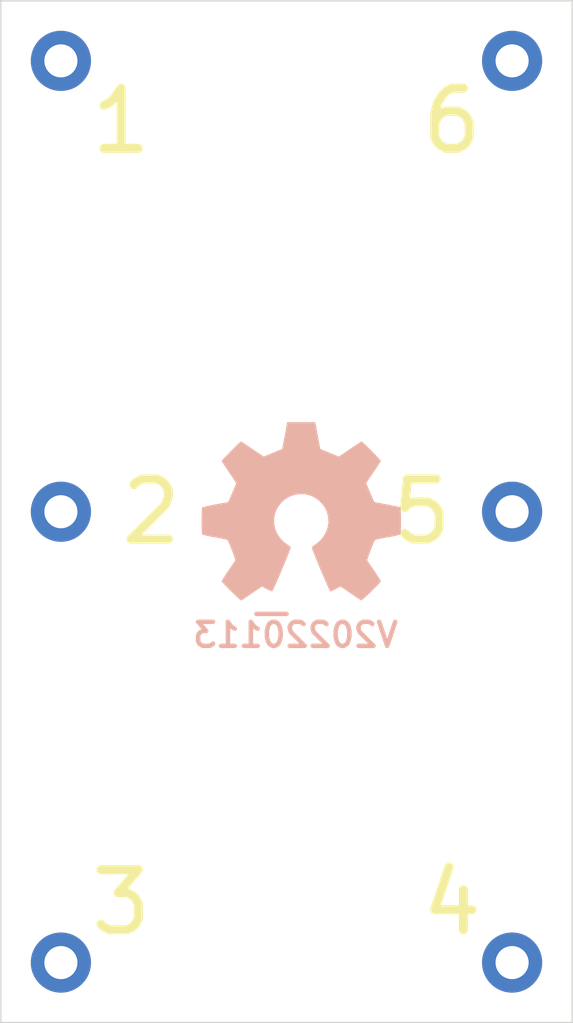
<source format=kicad_pcb>
(kicad_pcb (version 20171130) (host pcbnew 5.99.0+really5.1.10+dfsg1-1)

  (general
    (thickness 1.6)
    (drawings 4)
    (tracks 0)
    (zones 0)
    (modules 8)
    (nets 2)
  )

  (page A4)
  (layers
    (0 F.Cu signal)
    (31 B.Cu signal)
    (32 B.Adhes user)
    (33 F.Adhes user)
    (34 B.Paste user)
    (35 F.Paste user)
    (36 B.SilkS user)
    (37 F.SilkS user)
    (38 B.Mask user)
    (39 F.Mask user)
    (40 Dwgs.User user)
    (41 Cmts.User user)
    (42 Eco1.User user)
    (43 Eco2.User user)
    (44 Edge.Cuts user)
    (45 Margin user)
    (46 B.CrtYd user)
    (47 F.CrtYd user)
    (48 B.Fab user)
    (49 F.Fab user)
  )

  (setup
    (last_trace_width 0.25)
    (user_trace_width 0.2)
    (user_trace_width 0.3)
    (user_trace_width 0.4)
    (user_trace_width 0.6)
    (user_trace_width 0.8)
    (user_trace_width 1)
    (user_trace_width 1.2)
    (user_trace_width 1.4)
    (user_trace_width 1.6)
    (user_trace_width 2)
    (trace_clearance 0.2)
    (zone_clearance 0.508)
    (zone_45_only no)
    (trace_min 0.1524)
    (via_size 0.8)
    (via_drill 0.4)
    (via_min_size 0.381)
    (via_min_drill 0.254)
    (user_via 0.4 0.254)
    (user_via 0.5 0.3)
    (user_via 0.6 0.4)
    (user_via 0.8 0.6)
    (user_via 1.1 0.8)
    (user_via 1.3 1)
    (user_via 1.5 1.2)
    (user_via 1.7 1.4)
    (user_via 1.9 1.6)
    (user_via 2.5 2)
    (uvia_size 0.3)
    (uvia_drill 0.1)
    (uvias_allowed no)
    (uvia_min_size 0.2)
    (uvia_min_drill 0.1)
    (edge_width 0.05)
    (segment_width 0.2)
    (pcb_text_width 0.3)
    (pcb_text_size 1.5 1.5)
    (mod_edge_width 0.12)
    (mod_text_size 0.8 0.8)
    (mod_text_width 0.12)
    (pad_size 1.524 1.524)
    (pad_drill 0.762)
    (pad_to_mask_clearance 0.0762)
    (solder_mask_min_width 0.1016)
    (pad_to_paste_clearance_ratio -0.1)
    (aux_axis_origin 0 0)
    (visible_elements FFFFFF7F)
    (pcbplotparams
      (layerselection 0x010fc_ffffffff)
      (usegerberextensions false)
      (usegerberattributes true)
      (usegerberadvancedattributes true)
      (creategerberjobfile true)
      (excludeedgelayer true)
      (linewidth 0.100000)
      (plotframeref false)
      (viasonmask false)
      (mode 1)
      (useauxorigin false)
      (hpglpennumber 1)
      (hpglpenspeed 20)
      (hpglpendiameter 15.000000)
      (psnegative false)
      (psa4output false)
      (plotreference true)
      (plotvalue true)
      (plotinvisibletext false)
      (padsonsilk false)
      (subtractmaskfromsilk false)
      (outputformat 1)
      (mirror false)
      (drillshape 1)
      (scaleselection 1)
      (outputdirectory ""))
  )

  (net 0 "")
  (net 1 "Net-(J1-Pad1)")

  (net_class Default "This is the default net class."
    (clearance 0.2)
    (trace_width 0.25)
    (via_dia 0.8)
    (via_drill 0.4)
    (uvia_dia 0.3)
    (uvia_drill 0.1)
    (add_net "Net-(J1-Pad1)")
  )

  (module mill-max:PC_pin_nail_head_6092 locked (layer F.Cu) (tedit 5FB583BD) (tstamp 5FB6EAD7)
    (at 157 63)
    (path /5FB6F255)
    (fp_text reference J6 (at -2 2) (layer F.Fab)
      (effects (font (size 1 1) (thickness 0.15)))
    )
    (fp_text value 6 (at -2 2) (layer F.SilkS)
      (effects (font (size 2 2) (thickness 0.3)))
    )
    (fp_circle (center 0 0) (end 1.3 0) (layer B.CrtYd) (width 0.025))
    (fp_circle (center 0 0) (end 1.3 0) (layer F.CrtYd) (width 0.025))
    (pad 1 thru_hole circle (at 0 0) (size 2 2) (drill 1.1) (layers *.Cu *.Mask)
      (net 1 "Net-(J1-Pad1)"))
  )

  (module mill-max:PC_pin_nail_head_6092 locked (layer F.Cu) (tedit 5FB583BD) (tstamp 5FB6EAD0)
    (at 157 78)
    (path /5FB6ECA4)
    (fp_text reference J5 (at -3 0) (layer F.Fab)
      (effects (font (size 1 1) (thickness 0.15)))
    )
    (fp_text value 5 (at -3 0) (layer F.SilkS)
      (effects (font (size 2 2) (thickness 0.3)))
    )
    (fp_circle (center 0 0) (end 1.3 0) (layer B.CrtYd) (width 0.025))
    (fp_circle (center 0 0) (end 1.3 0) (layer F.CrtYd) (width 0.025))
    (pad 1 thru_hole circle (at 0 0) (size 2 2) (drill 1.1) (layers *.Cu *.Mask)
      (net 1 "Net-(J1-Pad1)"))
  )

  (module mill-max:PC_pin_nail_head_6092 locked (layer F.Cu) (tedit 5FB583BD) (tstamp 5FB6EB0F)
    (at 157 93)
    (path /5FB5975F)
    (fp_text reference J4 (at -2 -2) (layer F.Fab)
      (effects (font (size 1 1) (thickness 0.15)))
    )
    (fp_text value 4 (at -2 -2) (layer F.SilkS)
      (effects (font (size 2 2) (thickness 0.3)))
    )
    (fp_circle (center 0 0) (end 1.3 0) (layer F.CrtYd) (width 0.025))
    (fp_circle (center 0 0) (end 1.3 0) (layer B.CrtYd) (width 0.025))
    (pad 1 thru_hole circle (at 0 0) (size 2 2) (drill 1.1) (layers *.Cu *.Mask)
      (net 1 "Net-(J1-Pad1)"))
  )

  (module mill-max:PC_pin_nail_head_6092 locked (layer F.Cu) (tedit 5FB583BD) (tstamp 5FB5E4C2)
    (at 142 93)
    (path /5FB592C5)
    (fp_text reference J3 (at 2 -2) (layer F.Fab)
      (effects (font (size 1 1) (thickness 0.15)))
    )
    (fp_text value 3 (at 2 -2) (layer F.SilkS)
      (effects (font (size 2 2) (thickness 0.3)))
    )
    (fp_circle (center 0 0) (end 1.3 0) (layer F.CrtYd) (width 0.025))
    (fp_circle (center 0 0) (end 1.3 0) (layer B.CrtYd) (width 0.025))
    (pad 1 thru_hole circle (at 0 0) (size 2 2) (drill 1.1) (layers *.Cu *.Mask)
      (net 1 "Net-(J1-Pad1)"))
  )

  (module mill-max:PC_pin_nail_head_6092 locked (layer F.Cu) (tedit 5FB583BD) (tstamp 5FB5E4BB)
    (at 142 78)
    (path /5FB58352)
    (fp_text reference J2 (at 3 0) (layer F.Fab)
      (effects (font (size 1 1) (thickness 0.15)))
    )
    (fp_text value 2 (at 3 0) (layer F.SilkS)
      (effects (font (size 2 2) (thickness 0.3)))
    )
    (fp_circle (center 0 0) (end 1.3 0) (layer F.CrtYd) (width 0.025))
    (fp_circle (center 0 0) (end 1.3 0) (layer B.CrtYd) (width 0.025))
    (pad 1 thru_hole circle (at 0 0) (size 2 2) (drill 1.1) (layers *.Cu *.Mask)
      (net 1 "Net-(J1-Pad1)"))
  )

  (module mill-max:PC_pin_nail_head_6092 locked (layer F.Cu) (tedit 5FB583BD) (tstamp 5FB5E4B4)
    (at 142 63)
    (path /5FB58B49)
    (fp_text reference J1 (at 2 2) (layer F.Fab)
      (effects (font (size 1 1) (thickness 0.15)))
    )
    (fp_text value 1 (at 2 2) (layer F.SilkS)
      (effects (font (size 2 2) (thickness 0.3)))
    )
    (fp_circle (center 0 0) (end 1.3 0) (layer F.CrtYd) (width 0.025))
    (fp_circle (center 0 0) (end 1.3 0) (layer B.CrtYd) (width 0.025))
    (pad 1 thru_hole circle (at 0 0) (size 2 2) (drill 1.1) (layers *.Cu *.Mask)
      (net 1 "Net-(J1-Pad1)"))
  )

  (module Symbol:OSHW-Symbol_6.7x6mm_SilkScreen (layer B.Cu) (tedit 0) (tstamp 5EE12086)
    (at 150 78 180)
    (descr "Open Source Hardware Symbol")
    (tags "Logo Symbol OSHW")
    (path /5EE13678)
    (attr virtual)
    (fp_text reference N2 (at 0 0) (layer B.SilkS) hide
      (effects (font (size 1 1) (thickness 0.15)) (justify mirror))
    )
    (fp_text value OHWLOGO (at 0.75 0) (layer B.Fab) hide
      (effects (font (size 1 1) (thickness 0.15)) (justify mirror))
    )
    (fp_poly (pts (xy 0.555814 2.531069) (xy 0.639635 2.086445) (xy 0.94892 1.958947) (xy 1.258206 1.831449)
      (xy 1.629246 2.083754) (xy 1.733157 2.154004) (xy 1.827087 2.216728) (xy 1.906652 2.269062)
      (xy 1.96747 2.308143) (xy 2.005157 2.331107) (xy 2.015421 2.336058) (xy 2.03391 2.323324)
      (xy 2.07342 2.288118) (xy 2.129522 2.234938) (xy 2.197787 2.168282) (xy 2.273786 2.092646)
      (xy 2.353092 2.012528) (xy 2.431275 1.932426) (xy 2.503907 1.856836) (xy 2.566559 1.790255)
      (xy 2.614803 1.737182) (xy 2.64421 1.702113) (xy 2.651241 1.690377) (xy 2.641123 1.66874)
      (xy 2.612759 1.621338) (xy 2.569129 1.552807) (xy 2.513218 1.467785) (xy 2.448006 1.370907)
      (xy 2.410219 1.31565) (xy 2.341343 1.214752) (xy 2.28014 1.123701) (xy 2.229578 1.04703)
      (xy 2.192628 0.989272) (xy 2.172258 0.954957) (xy 2.169197 0.947746) (xy 2.176136 0.927252)
      (xy 2.195051 0.879487) (xy 2.223087 0.811168) (xy 2.257391 0.729011) (xy 2.295109 0.63973)
      (xy 2.333387 0.550042) (xy 2.36937 0.466662) (xy 2.400206 0.396306) (xy 2.423039 0.34569)
      (xy 2.435017 0.321529) (xy 2.435724 0.320578) (xy 2.454531 0.315964) (xy 2.504618 0.305672)
      (xy 2.580793 0.290713) (xy 2.677865 0.272099) (xy 2.790643 0.250841) (xy 2.856442 0.238582)
      (xy 2.97695 0.215638) (xy 3.085797 0.193805) (xy 3.177476 0.174278) (xy 3.246481 0.158252)
      (xy 3.287304 0.146921) (xy 3.295511 0.143326) (xy 3.303548 0.118994) (xy 3.310033 0.064041)
      (xy 3.31497 -0.015108) (xy 3.318364 -0.112026) (xy 3.320218 -0.220287) (xy 3.320538 -0.333465)
      (xy 3.319327 -0.445135) (xy 3.31659 -0.548868) (xy 3.312331 -0.638241) (xy 3.306555 -0.706826)
      (xy 3.299267 -0.748197) (xy 3.294895 -0.75681) (xy 3.268764 -0.767133) (xy 3.213393 -0.781892)
      (xy 3.136107 -0.799352) (xy 3.04423 -0.81778) (xy 3.012158 -0.823741) (xy 2.857524 -0.852066)
      (xy 2.735375 -0.874876) (xy 2.641673 -0.89308) (xy 2.572384 -0.907583) (xy 2.523471 -0.919292)
      (xy 2.490897 -0.929115) (xy 2.470628 -0.937956) (xy 2.458626 -0.946724) (xy 2.456947 -0.948457)
      (xy 2.440184 -0.976371) (xy 2.414614 -1.030695) (xy 2.382788 -1.104777) (xy 2.34726 -1.191965)
      (xy 2.310583 -1.285608) (xy 2.275311 -1.379052) (xy 2.243996 -1.465647) (xy 2.219193 -1.53874)
      (xy 2.203454 -1.591678) (xy 2.199332 -1.617811) (xy 2.199676 -1.618726) (xy 2.213641 -1.640086)
      (xy 2.245322 -1.687084) (xy 2.291391 -1.754827) (xy 2.348518 -1.838423) (xy 2.413373 -1.932982)
      (xy 2.431843 -1.959854) (xy 2.497699 -2.057275) (xy 2.55565 -2.146163) (xy 2.602538 -2.221412)
      (xy 2.635207 -2.27792) (xy 2.6505 -2.310581) (xy 2.651241 -2.314593) (xy 2.638392 -2.335684)
      (xy 2.602888 -2.377464) (xy 2.549293 -2.435445) (xy 2.482171 -2.505135) (xy 2.406087 -2.582045)
      (xy 2.325604 -2.661683) (xy 2.245287 -2.739561) (xy 2.169699 -2.811186) (xy 2.103405 -2.87207)
      (xy 2.050969 -2.917721) (xy 2.016955 -2.94365) (xy 2.007545 -2.947883) (xy 1.985643 -2.937912)
      (xy 1.9408 -2.91102) (xy 1.880321 -2.871736) (xy 1.833789 -2.840117) (xy 1.749475 -2.782098)
      (xy 1.649626 -2.713784) (xy 1.549473 -2.645579) (xy 1.495627 -2.609075) (xy 1.313371 -2.4858)
      (xy 1.160381 -2.56852) (xy 1.090682 -2.604759) (xy 1.031414 -2.632926) (xy 0.991311 -2.648991)
      (xy 0.981103 -2.651226) (xy 0.968829 -2.634722) (xy 0.944613 -2.588082) (xy 0.910263 -2.515609)
      (xy 0.867588 -2.421606) (xy 0.818394 -2.310374) (xy 0.76449 -2.186215) (xy 0.707684 -2.053432)
      (xy 0.649782 -1.916327) (xy 0.592593 -1.779202) (xy 0.537924 -1.646358) (xy 0.487584 -1.522098)
      (xy 0.44338 -1.410725) (xy 0.407119 -1.316539) (xy 0.380609 -1.243844) (xy 0.365658 -1.196941)
      (xy 0.363254 -1.180833) (xy 0.382311 -1.160286) (xy 0.424036 -1.126933) (xy 0.479706 -1.087702)
      (xy 0.484378 -1.084599) (xy 0.628264 -0.969423) (xy 0.744283 -0.835053) (xy 0.83143 -0.685784)
      (xy 0.888699 -0.525913) (xy 0.915086 -0.359737) (xy 0.909585 -0.191552) (xy 0.87119 -0.025655)
      (xy 0.798895 0.133658) (xy 0.777626 0.168513) (xy 0.666996 0.309263) (xy 0.536302 0.422286)
      (xy 0.390064 0.506997) (xy 0.232808 0.562806) (xy 0.069057 0.589126) (xy -0.096667 0.58537)
      (xy -0.259838 0.55095) (xy -0.415935 0.485277) (xy -0.560433 0.387765) (xy -0.605131 0.348187)
      (xy -0.718888 0.224297) (xy -0.801782 0.093876) (xy -0.858644 -0.052315) (xy -0.890313 -0.197088)
      (xy -0.898131 -0.35986) (xy -0.872062 -0.52344) (xy -0.814755 -0.682298) (xy -0.728856 -0.830906)
      (xy -0.617014 -0.963735) (xy -0.481877 -1.075256) (xy -0.464117 -1.087011) (xy -0.40785 -1.125508)
      (xy -0.365077 -1.158863) (xy -0.344628 -1.18016) (xy -0.344331 -1.180833) (xy -0.348721 -1.203871)
      (xy -0.366124 -1.256157) (xy -0.394732 -1.33339) (xy -0.432735 -1.431268) (xy -0.478326 -1.545491)
      (xy -0.529697 -1.671758) (xy -0.585038 -1.805767) (xy -0.642542 -1.943218) (xy -0.700399 -2.079808)
      (xy -0.756802 -2.211237) (xy -0.809942 -2.333205) (xy -0.85801 -2.441409) (xy -0.899199 -2.531549)
      (xy -0.931699 -2.599323) (xy -0.953703 -2.64043) (xy -0.962564 -2.651226) (xy -0.98964 -2.642819)
      (xy -1.040303 -2.620272) (xy -1.105817 -2.587613) (xy -1.141841 -2.56852) (xy -1.294832 -2.4858)
      (xy -1.477088 -2.609075) (xy -1.570125 -2.672228) (xy -1.671985 -2.741727) (xy -1.767438 -2.807165)
      (xy -1.81525 -2.840117) (xy -1.882495 -2.885273) (xy -1.939436 -2.921057) (xy -1.978646 -2.942938)
      (xy -1.991381 -2.947563) (xy -2.009917 -2.935085) (xy -2.050941 -2.900252) (xy -2.110475 -2.846678)
      (xy -2.184542 -2.777983) (xy -2.269165 -2.697781) (xy -2.322685 -2.646286) (xy -2.416319 -2.554286)
      (xy -2.497241 -2.471999) (xy -2.562177 -2.402945) (xy -2.607858 -2.350644) (xy -2.631011 -2.318616)
      (xy -2.633232 -2.312116) (xy -2.622924 -2.287394) (xy -2.594439 -2.237405) (xy -2.550937 -2.167212)
      (xy -2.495577 -2.081875) (xy -2.43152 -1.986456) (xy -2.413303 -1.959854) (xy -2.346927 -1.863167)
      (xy -2.287378 -1.776117) (xy -2.237984 -1.703595) (xy -2.202075 -1.650493) (xy -2.182981 -1.621703)
      (xy -2.181136 -1.618726) (xy -2.183895 -1.595782) (xy -2.198538 -1.545336) (xy -2.222513 -1.474041)
      (xy -2.253266 -1.388547) (xy -2.288244 -1.295507) (xy -2.324893 -1.201574) (xy -2.360661 -1.113399)
      (xy -2.392994 -1.037634) (xy -2.419338 -0.980931) (xy -2.437142 -0.949943) (xy -2.438407 -0.948457)
      (xy -2.449294 -0.939601) (xy -2.467682 -0.930843) (xy -2.497606 -0.921277) (xy -2.543103 -0.909996)
      (xy -2.608209 -0.896093) (xy -2.696961 -0.878663) (xy -2.813393 -0.856798) (xy -2.961542 -0.829591)
      (xy -2.993618 -0.823741) (xy -3.088686 -0.805374) (xy -3.171565 -0.787405) (xy -3.23493 -0.771569)
      (xy -3.271458 -0.7596) (xy -3.276356 -0.75681) (xy -3.284427 -0.732072) (xy -3.290987 -0.67679)
      (xy -3.296033 -0.597389) (xy -3.299559 -0.500296) (xy -3.301561 -0.391938) (xy -3.302036 -0.27874)
      (xy -3.300977 -0.167128) (xy -3.298382 -0.063529) (xy -3.294246 0.025632) (xy -3.288563 0.093928)
      (xy -3.281331 0.134934) (xy -3.276971 0.143326) (xy -3.252698 0.151792) (xy -3.197426 0.165565)
      (xy -3.116662 0.18345) (xy -3.015912 0.204252) (xy -2.900683 0.226777) (xy -2.837902 0.238582)
      (xy -2.718787 0.260849) (xy -2.612565 0.281021) (xy -2.524427 0.298085) (xy -2.459566 0.311031)
      (xy -2.423174 0.318845) (xy -2.417184 0.320578) (xy -2.407061 0.34011) (xy -2.385662 0.387157)
      (xy -2.355839 0.454997) (xy -2.320445 0.536909) (xy -2.282332 0.626172) (xy -2.244353 0.716065)
      (xy -2.20936 0.799865) (xy -2.180206 0.870853) (xy -2.159743 0.922306) (xy -2.150823 0.947503)
      (xy -2.150657 0.948604) (xy -2.160769 0.968481) (xy -2.189117 1.014223) (xy -2.232723 1.081283)
      (xy -2.288606 1.165116) (xy -2.353787 1.261174) (xy -2.391679 1.31635) (xy -2.460725 1.417519)
      (xy -2.52205 1.50937) (xy -2.572663 1.587256) (xy -2.609571 1.646531) (xy -2.629782 1.682549)
      (xy -2.632701 1.690623) (xy -2.620153 1.709416) (xy -2.585463 1.749543) (xy -2.533063 1.806507)
      (xy -2.467384 1.875815) (xy -2.392856 1.952969) (xy -2.313913 2.033475) (xy -2.234983 2.112837)
      (xy -2.1605 2.18656) (xy -2.094894 2.250148) (xy -2.042596 2.299106) (xy -2.008039 2.328939)
      (xy -1.996478 2.336058) (xy -1.977654 2.326047) (xy -1.932631 2.297922) (xy -1.865787 2.254546)
      (xy -1.781499 2.198782) (xy -1.684144 2.133494) (xy -1.610707 2.083754) (xy -1.239667 1.831449)
      (xy -0.621095 2.086445) (xy -0.537275 2.531069) (xy -0.453454 2.975693) (xy 0.471994 2.975693)
      (xy 0.555814 2.531069)) (layer B.SilkS) (width 0.01))
  )

  (module SquantorLabels:Label_Generic (layer B.Cu) (tedit 5D8A7D4C) (tstamp 5FB6ED34)
    (at 149 82)
    (descr "Label for general purpose use")
    (tags Label)
    (path /5EE12BF3)
    (attr smd)
    (fp_text reference N1 (at 0 -1.85) (layer B.Fab) hide
      (effects (font (size 1 1) (thickness 0.15)) (justify mirror))
    )
    (fp_text value V20220113 (at 0.8 0.1) (layer B.SilkS)
      (effects (font (size 0.8 0.8) (thickness 0.15)) (justify mirror))
    )
    (fp_line (start -0.5 -0.6) (end 0.5 -0.6) (layer B.SilkS) (width 0.15))
  )

  (gr_line (start 159 61) (end 140 61) (layer Edge.Cuts) (width 0.05) (tstamp 5FB5E506))
  (gr_line (start 159 61) (end 159 95) (layer Edge.Cuts) (width 0.05) (tstamp 5FB5E4FA))
  (gr_line (start 140 95) (end 159 95) (layer Edge.Cuts) (width 0.05) (tstamp 5FB5E4F5))
  (gr_line (start 140 95) (end 140 61) (layer Edge.Cuts) (width 0.05))

)

</source>
